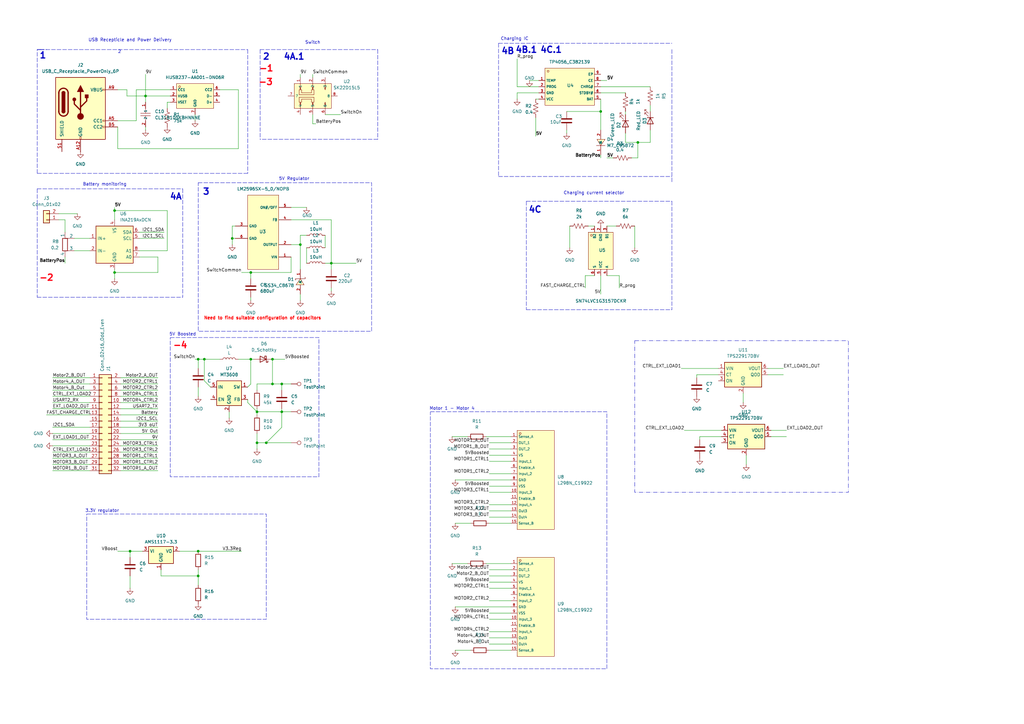
<source format=kicad_sch>
(kicad_sch (version 20231120) (generator "eeschema") (generator_version "8.0")
  (paper "A3")
  (title_block (title "EEE3088_Micro_Mouse_PCB") (date "2025-03-26") (rev "v3.0") (company "University of Cape Town") (comment 1 "@Author: Max Mendelow, Kholofelo Zondi") (comment 2 "Comment For Experiment"))
  (junction (at 81.28 147.32))
  (junction (at 95.25 97.79))
  (junction (at 59.69 39.37))
  (junction (at 115.57 157.48))
  (junction (at 46.99 86.36))
  (junction (at 111.76 157.48))
  (junction (at 46.99 111.76))
  (junction (at 123.19 100.33))
  (junction (at 81.28 226.06))
  (junction (at 246.38 45.72))
  (junction (at 261.62 58.42))
  (junction (at 102.87 111.76))
  (junction (at 102.87 147.32))
  (junction (at 109.22 181.61))
  (junction (at 115.57 168.91))
  (junction (at 105.41 181.61))
  (junction (at 135.89 107.95))
  (junction (at 111.76 147.32))
  (junction (at 81.28 236.22))
  (junction (at 83.82 147.32))
  (junction (at 105.41 168.91))
  (junction (at 53.34 226.06))
  (wire (pts (xy 200.66 246.38) (xy 209.55 246.38)))
  (wire (pts (xy 36.83 165.1) (xy 21.59 165.1)))
  (wire (pts (xy 212.09 35.56) (xy 212.09 24.13)))
  (wire (pts (xy 243.84 113.03) (xy 240.03 113.03)))
  (wire (pts (xy 200.66 194.31) (xy 209.55 194.31)))
  (wire (pts (xy 185.42 179.07) (xy 191.77 179.07)))
  (wire (pts (xy 261.62 58.42) (xy 261.62 64.77)))
  (polyline (pts (xy 15.24 20.32) (xy 16.51 20.32)) (stroke (width 0) (type dash)))
  (wire (pts (xy 115.57 168.91) (xy 119.38 168.91)))
  (wire (pts (xy 254 113.03) (xy 254 118.11)))
  (wire (pts (xy 135.89 118.11) (xy 135.89 119.38)))
  (wire (pts (xy 111.76 147.32) (xy 116.84 147.32)))
  (wire (pts (xy 49.53 185.42) (xy 64.77 185.42)))
  (wire (pts (xy 48.26 36.83) (xy 52.07 36.83)))
  (polyline (pts (xy 74.93 77.47) (xy 74.93 121.92)) (stroke (width 0) (type dash)))
  (wire (pts (xy 200.66 212.09) (xy 209.55 212.09)))
  (wire (pts (xy 128.27 30.48) (xy 128.27 31.75)))
  (wire (pts (xy 260.35 92.71) (xy 260.35 101.6)))
  (wire (pts (xy 81.28 233.68) (xy 81.28 236.22)))
  (wire (pts (xy 81.28 158.75) (xy 81.28 162.56)))
  (wire (pts (xy 119.38 100.33) (xy 123.19 100.33)))
  (wire (pts (xy 314.96 153.67) (xy 321.31 153.67)))
  (wire (pts (xy 102.87 147.32) (xy 104.14 147.32)))
  (wire (pts (xy 49.53 165.1) (xy 64.77 165.1)))
  (polyline (pts (xy 215.9 82.55) (xy 215.9 127)) (stroke (width 0) (type dash)))
  (wire (pts (xy 59.69 39.37) (xy 59.69 41.91)))
  (wire (pts (xy 232.41 45.72) (xy 246.38 45.72)))
  (wire (pts (xy 81.28 226.06) (xy 99.06 226.06)))
  (wire (pts (xy 115.57 167.64) (xy 115.57 168.91)))
  (wire (pts (xy 81.28 236.22) (xy 81.28 240.03)))
  (wire (pts (xy 49.53 182.88) (xy 64.77 182.88)))
  (wire (pts (xy 246.38 45.72) (xy 246.38 40.64)))
  (wire (pts (xy 200.66 189.23) (xy 209.55 189.23)))
  (polyline (pts (xy 15.24 77.47) (xy 15.24 121.92)) (stroke (width 0) (type dash)))
  (wire (pts (xy 185.42 231.14) (xy 191.77 231.14)))
  (wire (pts (xy 105.41 168.91) (xy 115.57 168.91)))
  (wire (pts (xy 49.53 177.8) (xy 64.77 177.8)))
  (wire (pts (xy 133.35 107.95) (xy 135.89 107.95)))
  (polyline (pts (xy 106.68 20.32) (xy 106.68 57.15)) (stroke (width 0) (type dash)))
  (polyline (pts (xy 101.6 20.32) (xy 101.6 71.12)) (stroke (width 0) (type dash)))
  (wire (pts (xy 135.89 90.17) (xy 135.89 107.95)))
  (wire (pts (xy 52.07 39.37) (xy 59.69 39.37)))
  (wire (pts (xy 217.17 33.02) (xy 220.98 33.02)))
  (wire (pts (xy 68.58 86.36) (xy 46.99 86.36)))
  (wire (pts (xy 115.57 157.48) (xy 111.76 157.48)))
  (wire (pts (xy 95.25 92.71) (xy 95.25 97.79)))
  (wire (pts (xy 199.39 231.14) (xy 209.55 231.14)))
  (wire (pts (xy 46.99 85.09) (xy 46.99 86.36)))
  (polyline (pts (xy 101.6 71.12) (xy 15.24 71.12)) (stroke (width 0) (type dash)))
  (polyline (pts (xy 275.59 20.32) (xy 275.59 74.93)) (stroke (width 0) (type dash)))
  (wire (pts (xy 21.59 157.48) (xy 36.83 157.48)))
  (wire (pts (xy 232.41 54.61) (xy 232.41 53.34)))
  (polyline (pts (xy 204.47 17.78) (xy 275.59 17.78)) (stroke (width 0) (type dash)))
  (wire (pts (xy 105.41 160.02) (xy 105.41 157.48)))
  (wire (pts (xy 200.66 251.46) (xy 209.55 251.46)))
  (wire (pts (xy 105.41 157.48) (xy 111.76 157.48)))
  (wire (pts (xy 99.06 111.76) (xy 102.87 111.76)))
  (wire (pts (xy 97.79 36.83) (xy 97.79 60.96)))
  (wire (pts (xy 59.69 53.34) (xy 59.69 52.07)))
  (wire (pts (xy 256.54 58.42) (xy 261.62 58.42)))
  (wire (pts (xy 219.71 48.26) (xy 219.71 55.88)))
  (wire (pts (xy 304.8 161.29) (xy 304.8 165.1)))
  (wire (pts (xy 200.66 214.63) (xy 209.55 214.63)))
  (wire (pts (xy 200.66 201.93) (xy 209.55 201.93)))
  (wire (pts (xy 26.67 105.41) (xy 26.67 107.95)))
  (polyline (pts (xy 215.9 127) (xy 275.59 127)) (stroke (width 0) (type dash)))
  (wire (pts (xy 246.38 120.65) (xy 246.38 113.03)))
  (wire (pts (xy 49.53 180.34) (xy 64.77 180.34)))
  (wire (pts (xy 287.02 180.34) (xy 287.02 179.07)))
  (wire (pts (xy 49.53 170.18) (xy 64.77 170.18)))
  (wire (pts (xy 93.98 168.91) (xy 93.98 171.45)))
  (wire (pts (xy 123.19 96.52) (xy 125.73 96.52)))
  (wire (pts (xy 36.83 167.64) (xy 21.59 167.64)))
  (wire (pts (xy 52.07 36.83) (xy 52.07 39.37)))
  (wire (pts (xy 81.28 147.32) (xy 81.28 151.13)))
  (wire (pts (xy 279.4 151.13) (xy 294.64 151.13)))
  (wire (pts (xy 287.02 179.07) (xy 295.91 179.07)))
  (wire (pts (xy 69.85 41.91) (xy 68.58 41.91)))
  (wire (pts (xy 53.34 236.22) (xy 53.34 241.3)))
  (wire (pts (xy 53.34 226.06) (xy 53.34 228.6)))
  (wire (pts (xy 248.92 64.77) (xy 251.46 64.77)))
  (wire (pts (xy 101.6 165.1) (xy 105.41 168.91)))
  (wire (pts (xy 285.75 154.94) (xy 285.75 153.67)))
  (wire (pts (xy 200.66 181.61) (xy 209.55 181.61)))
  (wire (pts (xy 123.19 100.33) (xy 123.19 110.49)))
  (wire (pts (xy 57.15 102.87) (xy 68.58 102.87)))
  (wire (pts (xy 105.41 181.61) (xy 105.41 184.15)))
  (wire (pts (xy 119.38 90.17) (xy 135.89 90.17)))
  (wire (pts (xy 36.83 182.88) (xy 21.59 182.88)))
  (wire (pts (xy 49.53 190.5) (xy 64.77 190.5)))
  (wire (pts (xy 36.83 185.42) (xy 21.59 185.42)))
  (wire (pts (xy 21.59 175.26) (xy 36.83 175.26)))
  (polyline (pts (xy 154.94 57.15) (xy 106.68 57.15)) (stroke (width 0) (type dash)))
  (wire (pts (xy 49.53 193.04) (xy 64.77 193.04)))
  (wire (pts (xy 81.28 147.32) (xy 83.82 147.32)))
  (wire (pts (xy 55.88 49.53) (xy 48.26 49.53)))
  (wire (pts (xy 49.53 160.02) (xy 64.77 160.02)))
  (wire (pts (xy 246.38 63.5) (xy 246.38 64.77)))
  (wire (pts (xy 83.82 156.21) (xy 86.36 158.75)))
  (wire (pts (xy 133.35 46.99) (xy 139.7 46.99)))
  (wire (pts (xy 83.82 147.32) (xy 90.17 147.32)))
  (wire (pts (xy 46.99 111.76) (xy 46.99 114.3)))
  (wire (pts (xy 256.54 46.99) (xy 256.54 45.72)))
  (polyline (pts (xy 15.24 71.12) (xy 15.24 20.32)) (stroke (width 0) (type dash)))
  (wire (pts (xy 119.38 181.61) (xy 109.22 181.61)))
  (wire (pts (xy 105.41 167.64) (xy 105.41 168.91)))
  (polyline (pts (xy 275.59 82.55) (xy 275.59 127)) (stroke (width 0) (type dash)))
  (wire (pts (xy 259.08 64.77) (xy 261.62 64.77)))
  (wire (pts (xy 200.66 207.01) (xy 209.55 207.01)))
  (wire (pts (xy 68.58 41.91) (xy 68.58 44.45)))
  (wire (pts (xy 90.17 36.83) (xy 97.79 36.83)))
  (wire (pts (xy 102.87 121.92) (xy 102.87 123.19)))
  (wire (pts (xy 246.38 45.72) (xy 246.38 53.34)))
  (wire (pts (xy 69.85 36.83) (xy 55.88 36.83)))
  (wire (pts (xy 200.66 236.22) (xy 209.55 236.22)))
  (wire (pts (xy 186.69 266.7) (xy 193.04 266.7)))
  (wire (pts (xy 241.3 92.71) (xy 243.84 92.71)))
  (wire (pts (xy 256.54 54.61) (xy 256.54 58.42)))
  (polyline (pts (xy 215.9 82.55) (xy 275.59 82.55)) (stroke (width 0) (type dash)))
  (wire (pts (xy 101.6 163.83) (xy 101.6 165.1)))
  (wire (pts (xy 36.83 193.04) (xy 21.59 193.04)))
  (wire (pts (xy 200.66 238.76) (xy 209.55 238.76)))
  (wire (pts (xy 186.69 196.85) (xy 209.55 196.85)))
  (wire (pts (xy 111.76 147.32) (xy 111.76 157.48)))
  (polyline (pts (xy 15.24 77.47) (xy 74.93 77.47)) (stroke (width 0) (type dash)))
  (wire (pts (xy 186.69 248.92) (xy 209.55 248.92)))
  (wire (pts (xy 30.48 97.79) (xy 36.83 97.79)))
  (wire (pts (xy 119.38 111.76) (xy 119.38 105.41)))
  (polyline (pts (xy 154.94 20.32) (xy 154.94 57.15)) (stroke (width 0) (type dash)))
  (wire (pts (xy 123.19 123.19) (xy 123.19 120.65)))
  (wire (pts (xy 49.53 154.94) (xy 64.77 154.94)))
  (wire (pts (xy 68.58 102.87) (xy 68.58 86.36)))
  (wire (pts (xy 246.38 33.02) (xy 248.92 33.02)))
  (wire (pts (xy 316.23 176.53) (xy 322.58 176.53)))
  (wire (pts (xy 115.57 175.26) (xy 109.22 181.61)))
  (wire (pts (xy 26.67 90.17) (xy 26.67 95.25)))
  (polyline (pts (xy 15.24 121.92) (xy 74.93 121.92)) (stroke (width 0) (type dash)))
  (wire (pts (xy 83.82 147.32) (xy 83.82 156.21)))
  (wire (pts (xy 200.66 233.68) (xy 209.55 233.68)))
  (wire (pts (xy 200.66 184.15) (xy 209.55 184.15)))
  (wire (pts (xy 102.87 147.32) (xy 102.87 157.48)))
  (wire (pts (xy 53.34 226.06) (xy 58.42 226.06)))
  (wire (pts (xy 80.01 49.53) (xy 80.01 46.99)))
  (wire (pts (xy 200.66 264.16) (xy 209.55 264.16)))
  (wire (pts (xy 95.25 97.79) (xy 96.52 97.79)))
  (wire (pts (xy 123.19 30.48) (xy 123.19 31.75)))
  (polyline (pts (xy 16.51 20.32) (xy 19.05 20.32)) (stroke (width 0) (type dash)))
  (wire (pts (xy 48.26 60.96) (xy 48.26 52.07)))
  (wire (pts (xy 73.66 226.06) (xy 81.28 226.06)))
  (wire (pts (xy 246.38 38.1) (xy 256.54 38.1)))
  (wire (pts (xy 212.09 40.64) (xy 212.09 38.1)))
  (polyline (pts (xy 15.24 20.32) (xy 16.51 20.32)) (stroke (width 0) (type dash)))
  (wire (pts (xy 200.66 241.3) (xy 209.55 241.3)))
  (wire (pts (xy 200.66 261.62) (xy 209.55 261.62)))
  (wire (pts (xy 48.26 226.06) (xy 53.34 226.06)))
  (wire (pts (xy 128.27 46.99) (xy 128.27 50.8)))
  (wire (pts (xy 128.27 50.8) (xy 129.54 50.8)))
  (wire (pts (xy 96.52 92.71) (xy 95.25 92.71)))
  (wire (pts (xy 49.53 162.56) (xy 64.77 162.56)))
  (wire (pts (xy 57.15 95.25) (xy 67.31 95.25)))
  (wire (pts (xy 49.53 167.64) (xy 64.77 167.64)))
  (wire (pts (xy 220.98 35.56) (xy 212.09 35.56)))
  (wire (pts (xy 49.53 157.48) (xy 64.77 157.48)))
  (wire (pts (xy 212.09 38.1) (xy 220.98 38.1)))
  (wire (pts (xy 55.88 36.83) (xy 55.88 49.53)))
  (wire (pts (xy 115.57 157.48) (xy 115.57 160.02)))
  (wire (pts (xy 266.7 53.34) (xy 266.7 58.42)))
  (wire (pts (xy 266.7 35.56) (xy 246.38 35.56)))
  (wire (pts (xy 316.23 179.07) (xy 322.58 179.07)))
  (wire (pts (xy 119.38 85.09) (xy 125.73 85.09)))
  (wire (pts (xy 46.99 86.36) (xy 46.99 90.17)))
  (wire (pts (xy 36.83 190.5) (xy 21.59 190.5)))
  (wire (pts (xy 21.59 154.94) (xy 36.83 154.94)))
  (wire (pts (xy 49.53 187.96) (xy 64.77 187.96)))
  (wire (pts (xy 30.48 102.87) (xy 36.83 102.87)))
  (wire (pts (xy 80.01 147.32) (xy 81.28 147.32)))
  (wire (pts (xy 125.73 101.6) (xy 125.73 107.95)))
  (polyline (pts (xy 204.47 72.39) (xy 275.59 72.39)) (stroke (width 0) (type dash)))
  (wire (pts (xy 200.66 209.55) (xy 209.55 209.55)))
  (wire (pts (xy 66.04 233.68) (xy 66.04 236.22)))
  (polyline (pts (xy 16.51 20.32) (xy 101.6 20.32)) (stroke (width 0) (type dash)))
  (wire (pts (xy 233.68 92.71) (xy 233.68 101.6)))
  (polyline (pts (xy 204.47 17.78) (xy 204.47 72.39)) (stroke (width 0) (type dash)))
  (wire (pts (xy 105.41 177.8) (xy 105.41 181.61)))
  (wire (pts (xy 115.57 168.91) (xy 115.57 175.26)))
  (wire (pts (xy 24.13 90.17) (xy 26.67 90.17)))
  (wire (pts (xy 105.41 168.91) (xy 105.41 170.18)))
  (wire (pts (xy 95.25 97.79) (xy 95.25 100.33)))
  (wire (pts (xy 21.59 160.02) (xy 36.83 160.02)))
  (wire (pts (xy 57.15 105.41) (xy 64.77 105.41)))
  (wire (pts (xy 306.07 186.69) (xy 306.07 190.5)))
  (wire (pts (xy 49.53 175.26) (xy 64.77 175.26)))
  (wire (pts (xy 285.75 153.67) (xy 294.64 153.67)))
  (wire (pts (xy 252.73 92.71) (xy 248.92 92.71)))
  (wire (pts (xy 200.66 259.08) (xy 209.55 259.08)))
  (wire (pts (xy 280.67 176.53) (xy 295.91 176.53)))
  (wire (pts (xy 36.83 180.34) (xy 21.59 180.34)))
  (wire (pts (xy 200.66 254) (xy 209.55 254)))
  (wire (pts (xy 248.92 113.03) (xy 254 113.03)))
  (wire (pts (xy 266.7 45.72) (xy 266.7 43.18)))
  (wire (pts (xy 133.35 96.52) (xy 133.35 101.6)))
  (wire (pts (xy 261.62 58.42) (xy 266.7 58.42)))
  (wire (pts (xy 36.83 162.56) (xy 21.59 162.56)))
  (wire (pts (xy 219.71 40.64) (xy 220.98 40.64)))
  (wire (pts (xy 240.03 113.03) (xy 240.03 118.11)))
  (wire (pts (xy 19.05 170.18) (xy 36.83 170.18)))
  (polyline (pts (xy 106.68 20.32) (xy 154.94 20.32)) (stroke (width 0) (type dash)))
  (wire (pts (xy 36.83 177.8) (xy 21.59 177.8)))
  (wire (pts (xy 49.53 172.72) (xy 64.77 172.72)))
  (wire (pts (xy 135.89 107.95) (xy 135.89 110.49)))
  (wire (pts (xy 200.66 266.7) (xy 209.55 266.7)))
  (wire (pts (xy 59.69 30.48) (xy 59.69 39.37)))
  (wire (pts (xy 46.99 111.76) (xy 64.77 111.76)))
  (wire (pts (xy 36.83 187.96) (xy 21.59 187.96)))
  (wire (pts (xy 97.79 60.96) (xy 48.26 60.96)))
  (wire (pts (xy 200.66 199.39) (xy 209.55 199.39)))
  (wire (pts (xy 109.22 181.61) (xy 105.41 181.61)))
  (wire (pts (xy 57.15 97.79) (xy 67.31 97.79)))
  (wire (pts (xy 59.69 39.37) (xy 69.85 39.37)))
  (wire (pts (xy 64.77 105.41) (xy 64.77 111.76)))
  (wire (pts (xy 102.87 157.48) (xy 101.6 158.75)))
  (wire (pts (xy 199.39 179.07) (xy 209.55 179.07)))
  (wire (pts (xy 123.19 100.33) (xy 123.19 96.52)))
  (wire (pts (xy 135.89 107.95) (xy 146.05 107.95)))
  (wire (pts (xy 119.38 157.48) (xy 115.57 157.48)))
  (wire (pts (xy 102.87 111.76) (xy 119.38 111.76)))
  (wire (pts (xy 66.04 236.22) (xy 81.28 236.22)))
  (wire (pts (xy 46.99 110.49) (xy 46.99 111.76)))
  (wire (pts (xy 102.87 111.76) (xy 102.87 114.3)))
  (wire (pts (xy 24.13 87.63) (xy 31.75 87.63)))
  (wire (pts (xy 200.66 186.69) (xy 209.55 186.69)))
  (wire (pts (xy 186.69 214.63) (xy 193.04 214.63)))
  (wire (pts (xy 97.79 147.32) (xy 102.87 147.32)))
  (wire (pts (xy 314.96 151.13) (xy 321.31 151.13)))
  (rectangle (start 260.35 139.7) (end 347.98 201.93) (stroke (width 0) (type dash_dot)))
  (rectangle (start 81.28 74.93) (end 152.4 135.89) (stroke (width 0) (type dash)))
  (rectangle (start 69.85 138.43) (end 130.81 195.58) (stroke (width 0) (type dash)))
  (rectangle (start 35.56 210.82) (end 109.22 254) (stroke (width 0) (type dash)))
  (rectangle (start 176.53 168.91) (end 248.92 274.32) (stroke (width 0) (type dash)))
  (text "USB Recepticle and Power Delivery\n" (at 53.34 16.51 0) (effects (font (size 1.27 1.27))))
  (text "2" (at 109.22 23.368 0) (effects (font (size 2.54 2.54) (thickness 0.508) (bold yes))))
  (text "3.3V regulator" (at 41.91 209.55 0) (effects (font (size 1.27 1.27))))
  (text "4B.1" (at 215.9 20.574 0) (effects (font (size 2.54 2.54) (thickness 0.508) (bold yes))))
  (text "4C" (at 219.456 86.106 0) (effects (font (size 2.54 2.54) (thickness 0.508) (bold yes))))
  (text "Charging IC\n" (at 211.074 16.002 0) (effects (font (size 1.27 1.27))))
  (text "4A.1" (at 120.65 23.368 0) (effects (font (size 2.54 2.54) (thickness 0.508) (bold yes))))
  (text "5V Regulator" (at 120.65 73.406 0) (effects (font (size 1.27 1.27))))
  (text "4B" (at 208.28 21.082 0) (effects (font (size 2.54 2.54) (thickness 0.508) (bold yes))))
  (text "-3" (at 108.966 33.782 0) (effects (font (size 2.54 2.54) (thickness 0.508) (bold yes))))
  (text "Charging current selector" (at 243.586 79.248 0) (effects (font (size 1.27 1.27))))
  (text "-4\n" (at 73.914 141.732 0) (effects (font (size 2.54 2.54) (thickness 0.508) (bold yes))))
  (text "5V Boosted" (at 74.93 137.16 0) (effects (font (size 1.27 1.27))))
  (text "-1" (at 109.22 28.194 0) (effects (font (size 2.54 2.54) (thickness 0.508) (bold yes))))
  (text "4A" (at 72.136 80.772 0) (effects (font (size 2.54 2.54) (thickness 0.508) (bold yes))))
  (text "Switch" (at 128.27 17.526 0) (effects (font (size 1.27 1.27))))
  (text "3" (at 84.582 78.74 0) (effects (font (size 2.54 2.54) (thickness 0.508) (bold yes))))
  (text "Need to find suitable configuration of capacitors" (at 107.696 130.556 0) (effects (font (size 1.27 1.27) (bold yes))))
  (text "1" (at 17.6153 22.8654 0) (effects (font (size 2.54 2.54) (thickness 0.508) (bold yes))))
  (text "Battery monitoring" (at 42.926 75.692 0) (effects (font (size 1.27 1.27))))
  (text "-2" (at 19.05 114.046 0) (effects (font (size 2.54 2.54) (thickness 0.508) (bold yes))))
  (text "4C.1" (at 226.06 20.574 0) (effects (font (size 2.54 2.54) (thickness 0.508) (bold yes))))
  (text "2" (at 49.022 21.336 0) (effects (font (size 1.27 1.27))))
  (text "Motor 1 - Motor 4" (at 185.42 167.64 0) (effects (font (size 1.27 1.27))))
  (label "SwitchCommon" (at 128.27 30.48 0))
  (label "5VBoosted" (at 116.84 147.32 0))
  (label "MOTOR1_CTRL1" (at 200.66 189.23 180))
  (label "CTRL_EXT_LOAD1" (at 279.4 151.13 180))
  (label "5V" (at 248.92 64.77 0) (effects (font (bold yes))))
  (label "9V" (at 123.19 30.48 0))
  (label "EXT_LOAD2_OUT" (at 21.59 167.64 0))
  (label "MOTOR4_CTRL2" (at 200.66 259.08 180))
  (label "MOTOR2_CTRL2" (at 200.66 246.38 180))
  (label "FAST_CHARGE_CTRL" (at 240.03 118.11 180))
  (label "MOTOR3_B_OUT" (at 200.66 212.09 180))
  (label "MOTOR2_CTRL2" (at 64.77 160.02 180))
  (label "MOTOR1_CTRL2" (at 200.66 194.31 180))
  (label "5VBoosted" (at 200.66 186.69 180))
  (label "Motor2_A_OUT" (at 64.77 154.94 180))
  (label "R_prog" (at 212.09 24.13 0))
  (label "FAST_CHARGE_CTRL" (at 19.05 170.18 0))
  (label "CTRL_EXT_LOAD1" (at 21.59 185.42 0))
  (label "CTRL_EXT_LOAD2" (at 280.67 176.53 180))
  (label "3V3 oUT" (at 64.77 175.26 180))
  (label "5V" (at 219.71 55.88 0) (effects (font (bold yes))))
  (label "MOTOR1_A_OUT" (at 64.77 193.04 180))
  (label "SwitchOn" (at 139.7 46.99 0))
  (label "Motor4_A_OUT" (at 200.66 261.62 180))
  (label "VBoost" (at 48.26 226.06 180))
  (label "I2C1_SDA" (at 21.59 175.26 0))
  (label "5V" (at 248.92 33.02 0) (effects (font (bold yes))))
  (label "9V" (at 64.77 180.34 180))
  (label "EXT_LOAD1_OUT" (at 321.31 151.13 0))
  (label "5V" (at 246.38 120.65 180))
  (label "MOTOR2_CTRL1" (at 64.77 157.48 180))
  (label "I2C1_SCL" (at 67.31 97.79 180))
  (label "Battery" (at 64.77 170.18 180))
  (label "R_prog" (at 254 118.11 0))
  (label "BatteryPos" (at 246.38 64.77 180) (effects (font (bold yes))))
  (label "USART2_TX" (at 64.77 167.64 180))
  (label "MOTOR4_CTRL1" (at 64.77 162.56 180))
  (label "Motor4_B_Out" (at 200.66 264.16 180))
  (label "Motor2_A_OUT" (at 200.66 233.68 180))
  (label "V3.3Reg" (at 99.06 226.06 180))
  (label "MOTOR3_CTRL1" (at 64.77 182.88 180))
  (label "MOTOR1_CTRL1" (at 64.77 187.96 180))
  (label "Motor4_A_OUT" (at 21.59 157.48 0))
  (label "BatteryPos" (at 129.54 50.8 0))
  (label "MOTOR3_A_OUT" (at 21.59 187.96 0))
  (label "MOTOR2_CTRL1" (at 200.66 241.3 180))
  (label "MOTOR1_B_OUT" (at 200.66 184.15 180))
  (label "I2C1_SCL" (at 64.77 172.72 180))
  (label "MOTOR1_CTRL2" (at 64.77 190.5 180))
  (label "Motor2_B_OUT" (at 200.66 236.22 180))
  (label "MOTOR4_CTRL2" (at 64.77 165.1 180))
  (label "I2C1_SDA" (at 67.31 95.25 180))
  (label "CTRL_EXT_LOAD2" (at 21.59 162.56 0))
  (label "MOTOR4_CTRL1" (at 200.66 254 180))
  (label "5VBoosted" (at 200.66 251.46 180))
  (label "MOTOR3_CTRL2" (at 200.66 207.01 180))
  (label "5VBoosted" (at 200.66 238.76 180))
  (label "EXT_LOAD1_OUT" (at 21.59 180.34 0))
  (label "Motor4_B_Out" (at 21.59 160.02 0))
  (label "USART2_RX" (at 21.59 165.1 0))
  (label "SwitchCommon" (at 99.06 111.76 180))
  (label "MOTOR3_CTRL2" (at 64.77 185.42 180))
  (label "MOTOR3_A_OUT" (at 200.66 209.55 180))
  (label "MOTOR3_B_OUT" (at 21.59 190.5 0))
  (label "SwitchOn" (at 80.01 147.32 180))
  (label "MOTOR3_CTRL1" (at 200.66 201.93 180))
  (label "Motor2_B_OUT" (at 21.59 154.94 0))
  (label "MOTOR1_A_OUT" (at 200.66 181.61 180))
  (label "5VBoosted" (at 200.66 199.39 180))
  (label "5V" (at 46.99 85.09 0) (effects (font (bold yes))))
  (label "MOTOR1_B_OUT" (at 21.59 193.04 0))
  (label "9V" (at 59.69 30.48 0))
  (label "BatteryPos" (at 26.67 107.95 180) (effects (font (bold yes))))
  (label "5V Out" (at 64.77 177.8 180))
  (label "5V" (at 146.05 107.95 0))
  (label "EXT_LOAD2_OUT" (at 322.58 176.53 0))
  (symbol (lib_id "power:GND") (at 46.99 114.3 0) (unit 1)
    (property "Reference" "#PWR15" (effects (hide yes)))
    (property "Value" "GND" (at 46.99 119.38 0))
    (property "Description" "Power symbol creates a global label with name \"GND\" , ground" (effects (hide yes)))
  )
  (symbol (lib_id "power:GND") (at 186.69 214.63 0) (unit 1)
    (property "Reference" "#PWR022" (effects (hide yes)))
    (property "Value" "GND" (at 186.69 219.71 0))
    (property "Description" "Power symbol creates a global label with name \"GND\" , ground" (effects (hide yes)))
  )
  (symbol (lib_id "Device:R") (at 195.58 231.14 90) (unit 1)
    (property "Reference" "R13" (at 195.58 224.79 90))
    (property "Value" "R" (at 195.58 227.33 90))
    (property "Description" "Resistor" (effects (hide yes)))
  )
  (symbol (lib_id "Device:R_US") (at 255.27 64.77 90) (unit 1)
    (property "Reference" "R3" (at 254.254 58.928 90))
    (property "Value" "0.4" (at 254.254 61.468 90))
    (property "Description" "Resistor, US symbol" (effects (hide yes)))
  )
  (symbol (lib_id "Power_Management:TPS22917DBV") (at 306.07 179.07 0) (unit 1)
    (property "Reference" "U12" (at 306.07 168.91 0))
    (property "Value" "TPS22917DBV" (at 306.07 171.45 0))
    (property "Footprint" "Package_TO_SOT_SMD:SOT-23-6" (effects (hide yes)))
    (property "Datasheet" "http://www.ti.com/lit/ds/symlink/tps22917.pdf" (effects (hide yes)))
    (property "Description" "1V to 5.5V, 2A, 80mΩ Ultra-Low Leakage Load Switch, SOT23-6" (effects (hide yes)))
  )
  (symbol (lib_id "Device:R_US") (at 256.54 92.71 270) (unit 1)
    (property "Reference" "R7" (at 256.54 86.36 90))
    (property "Value" "6k" (at 256.54 88.9 90))
    (property "Footprint" "xxcustom_footprint:R0402" (effects (hide yes)))
    (property "Description" "Resistor, US symbol" (effects (hide yes)))
  )
  (symbol (lib_id "Device:R_US") (at 219.71 44.45 180) (unit 1)
    (property "Reference" "R2" (at 215.392 43.434 0) (effects (justify right)))
    (property "Value" "0.4" (at 215.392 45.974 0) (effects (justify right)))
    (property "Footprint" "xxcustom_footprint:R0402" (effects (hide yes)))
    (property "Description" "Resistor, US symbol" (effects (hide yes)))
  )
  (symbol (lib_id "Device:C") (at 232.41 49.53 0) (unit 1)
    (property "Reference" "C3" (at 227.838 47.752 0) (effects (justify left)))
    (property "Value" "10uF" (at 225.552 50.038 0) (effects (justify left)))
    (property "Description" "Unpolarized capacitor" (effects (hide yes)))
  )
  (symbol (lib_id "power:GND") (at 81.28 247.65 0) (unit 1)
    (property "Reference" "#PWR027" (effects (hide yes)))
    (property "Value" "GND" (at 81.28 252.73 0))
    (property "Description" "Power symbol creates a global label with name \"GND\" , ground" (effects (hide yes)))
  )
  (symbol (lib_id "Device:R_US") (at 237.49 92.71 90) (unit 1)
    (property "Reference" "R6" (at 237.49 86.36 90))
    (property "Value" "2k" (at 237.49 88.9 90))
    (property "Footprint" "xxcustom_footprint:R0402" (effects (hide yes)))
    (property "Description" "Resistor, US symbol" (effects (hide yes)))
  )
  (symbol (lib_id "power:GND") (at 186.69 248.92 0) (unit 1)
    (property "Reference" "#PWR025" (effects (hide yes)))
    (property "Value" "GND" (at 186.69 254 0))
    (property "Description" "Power symbol creates a global label with name \"GND\" , ground" (effects (hide yes)))
  )
  (symbol (lib_id "Device:R_US") (at 68.58 48.26 0) (unit 1)
    (property "Reference" "R1" (at 71.12 46.9899 0) (effects (justify left)))
    (property "Value" "75k" (at 71.12 49.5299 0) (effects (justify left)))
    (property "Footprint" "xxcustom_footprint:R0805" (effects (hide yes)))
    (property "Description" "Resistor, US symbol" (effects (hide yes)))
  )
  (symbol (lib_id "Device:LED") (at 256.54 50.8 270) (unit 1)
    (property "Reference" "D2" (at 253.746 51.308 0))
    (property "Value" "Green_LED" (at 251.206 51.308 0))
    (property "Description" "Light emitting diode" (effects (hide yes)))
  )
  (symbol (lib_id "Device:C") (at 135.89 114.3 0) (unit 1)
    (property "Reference" "C2" (at 140.97 113.03 0) (effects (justify left)))
    (property "Value" "220uF" (at 138.684 115.316 0) (effects (justify left)))
    (property "Description" "Unpolarized capacitor" (effects (hide yes)))
  )
  (symbol (lib_id "Regulator_Linear:AMS1117-3.3") (at 66.04 226.06 0) (unit 1)
    (property "Reference" "U10" (at 66.04 219.71 0))
    (property "Value" "AMS1117-3.3" (at 66.04 222.25 0))
    (property "Footprint" "Package_TO_SOT_SMD:SOT-223-3_TabPin2" (effects (hide yes)))
    (property "Datasheet" "http://www.advanced-monolithic.com/pdf/ds1117.pdf" (effects (hide yes)))
    (property "Description" "1A Low Dropout regulator, positive, 3.3V fixed output, SOT-223" (effects (hide yes)))
  )
  (symbol (lib_id "Power_Management:TPS22917DBV") (at 304.8 153.67 0) (unit 1)
    (property "Reference" "U11" (at 304.8 143.51 0))
    (property "Value" "TPS22917DBV" (at 304.8 146.05 0))
    (property "Footprint" "Package_TO_SOT_SMD:SOT-23-6" (effects (hide yes)))
    (property "Datasheet" "http://www.ti.com/lit/ds/symlink/tps22917.pdf" (effects (hide yes)))
    (property "Description" "1V to 5.5V, 2A, 80mΩ Ultra-Low Leakage Load Switch, SOT23-6" (effects (hide yes)))
  )
  (symbol (lib_id "power:GND") (at 212.09 40.64 0) (unit 1)
    (property "Reference" "#PWR011" (effects (hide yes)))
    (property "Value" "GND" (at 212.09 45.72 0))
    (property "Description" "Power symbol creates a global label with name \"GND\" , ground" (effects (hide yes)))
  )
  (symbol (lib_id "power:GND") (at 53.34 241.3 0) (unit 1)
    (property "Reference" "#PWR028" (effects (hide yes)))
    (property "Value" "GND" (at 53.34 246.38 0))
    (property "Description" "Power symbol creates a global label with name \"GND\" , ground" (effects (hide yes)))
  )
  (symbol (lib_id "power:GND") (at 185.42 231.14 0) (unit 1)
    (property "Reference" "#PWR024" (effects (hide yes)))
    (property "Value" "GND" (at 185.42 236.22 0))
    (property "Description" "Power symbol creates a global label with name \"GND\" , ground" (effects (hide yes)))
  )
  (symbol (lib_id "Device:L") (at 129.54 107.95 90) (unit 1)
    (property "Reference" "L3" (at 129.54 102.87 90))
    (property "Value" "10uH" (at 129.54 105.41 90))
    (property "Footprint" "xxcustom_footprint:L0805" (effects (hide yes)))
    (property "Datasheet" "https://jlcpcb.com/partdetail/Sunlord-SDFL2012S100KTF/C1046" (effects (hide yes)))
    (property "Description" "Inductor" (effects (hide yes)))
  )
  (symbol (lib_id "Device:L") (at 129.54 96.52 90) (unit 1)
    (property "Reference" "L1" (at 129.54 91.44 90))
    (property "Value" "10uH" (at 129.54 93.98 90))
    (property "Footprint" "xxcustom_footprint:L0805" (effects (hide yes)))
    (property "Datasheet" "https://jlcpcb.com/partdetail/Sunlord-SDFL2012S100KTF/C1046" (effects (hide yes)))
    (property "Description" "Inductor" (effects (hide yes)))
  )
  (symbol (lib_id "power:GND") (at 31.75 87.63 0) (unit 1)
    (property "Reference" "#PWR16" (effects (hide yes)))
    (property "Value" "GND" (at 31.75 92.71 0))
    (property "Description" "Power symbol creates a global label with name \"GND\" , ground" (effects (hide yes)))
  )
  (symbol (lib_id "Device:C") (at 81.28 154.94 0) (unit 1)
    (property "Reference" "C4" (at 85.09 153.6699 0) (effects (justify left)))
    (property "Value" "C" (at 85.09 156.2099 0) (effects (justify left)))
    (property "Description" "Unpolarized capacitor" (effects (hide yes)))
  )
  (symbol (lib_id "LM2596SX-5_0/NOPB:LM2596SX-5_0/NOPB") (at 107.95 95.25 0) (unit 1)
    (property "Reference" "U3" (at 107.696 94.996 0))
    (property "Value" "LM2596SX-5_0/NOPB" (at 107.95 77.47 0))
    (property "Footprint" "xxcustom_footprint:TO-263-5_L10.2-W8.9-P1.70-TL" (effects (hide yes)))
    (property "Datasheet" "https://item.szlcsc.com/144450.html" (effects (hide yes)))
    (property "LCSC" "C10002" (effects (hide yes)))
  )
  (symbol (lib_id "power:GND") (at 93.98 171.45 0) (unit 1)
    (property "Reference" "#PWR018" (effects (hide yes)))
    (property "Value" "GND" (at 93.98 176.53 0))
    (property "Description" "Power symbol creates a global label with name \"GND\" , ground" (effects (hide yes)))
  )
  (symbol (lib_id "power:GND") (at 125.73 85.09 0) (unit 1)
    (property "Reference" "#PWR09" (effects (hide yes)))
    (property "Value" "GND" (at 125.984 88.392 0))
    (property "Description" "Power symbol creates a global label with name \"GND\" , ground" (effects (hide yes)))
  )
  (symbol (lib_id "M7_C95872:M7_C95872") (at 246.38 58.42 90) (unit 1)
    (property "Reference" "D4" (at 248.92 57.1499 90) (effects (justify right)))
    (property "Value" "M7_C95872" (at 248.92 59.6899 90) (effects (justify right)))
    (property "Footprint" "footprint:SMA_L4.3-W2.6-LS5.2-RD" (effects (hide yes)))
    (property "Datasheet" "https://item.szlcsc.com/34721.html" (effects (hide yes)))
    (property "LCSC" "C95872" (effects (hide yes)))
  )
  (symbol (lib_id "power:GND") (at 21.59 182.88 270) (mirror x) (unit 1)
    (property "Reference" "#PWR2" (effects (hide yes)))
    (property "Value" "GND" (at 17.78 182.8799 90) (effects (justify right)))
    (property "Description" "Power symbol creates a global label with name \"GND\" , ground" (effects (hide yes)))
  )
  (symbol (lib_id "Device:D_Schottky") (at 107.95 147.32 180) (unit 1)
    (property "Reference" "D6" (at 108.2675 140.97 0))
    (property "Value" "D_Schottky" (at 108.2675 143.51 0))
    (property "Description" "Schottky diode" (effects (hide yes)))
  )
  (symbol (lib_id "power:GND") (at 217.17 33.02 0) (unit 1)
    (property "Reference" "#PWR12" (effects (hide yes)))
    (property "Value" "GND" (at 217.17 32.004 0))
    (property "Description" "Power symbol creates a global label with name \"GND\" , ground" (effects (hide yes)))
  )
  (symbol (lib_id "Connector:USB_C_Receptacle_PowerOnly_6P") (at 33.02 44.45 0) (unit 1)
    (property "Reference" "J2" (at 33.02 26.67 0))
    (property "Value" "USB_C_Receptacle_PowerOnly_6P" (at 33.02 29.21 0))
    (property "Footprint" "xxcustom_footprint:USB-TYPE-C-SMD_TYPE-C-6P-LTH6.5" (effects (hide yes)))
    (property "Datasheet" "https://www.usb.org/sites/default/files/documents/usb_type-c.zip" (effects (hide yes)))
    (property "Description" "USB Power-Only 6P Type-C Receptacle connector" (effects (hide yes)))
  )
  (symbol (lib_id "power:GND") (at 306.07 190.5 0) (unit 1)
    (property "Reference" "#PWR032" (effects (hide yes)))
    (property "Value" "GND" (at 306.07 195.58 0))
    (property "Description" "Power symbol creates a global label with name \"GND\" , ground" (effects (hide yes)))
  )
  (symbol (lib_id "Device:R_Shunt") (at 26.67 100.33 0) (unit 1)
    (property "Reference" "R8" (at 24.13 99.0599 0) (effects (justify right)))
    (property "Value" "0.2" (at 24.13 101.5999 0) (effects (justify right)))
    (property "Footprint" "xxcustom_footprint:R2512" (effects (hide yes)))
    (property "Description" "Shunt resistor" (effects (hide yes)))
  )
  (symbol (lib_id "Device:R") (at 195.58 179.07 90) (unit 1)
    (property "Reference" "R11" (at 195.58 172.72 90))
    (property "Value" "R" (at 195.58 175.26 90))
    (property "Description" "Resistor" (effects (hide yes)))
  )
  (symbol (lib_id "TP4056_C382139:TP4056_C382139") (at 233.68 35.56 0) (unit 1)
    (property "Reference" "U4" (at 233.934 35.052 0))
    (property "Value" "TP4056_C382139" (at 233.68 25.4 0))
    (property "Footprint" "xxcustom_footprint:ESOP-8_L4.9-W3.9-P1.27-LS6.0-BL-EP" (effects (hide yes)))
    (property "Datasheet" "https://www.mornsun.cn/html/pdf/SCM1501B.html" (effects (hide yes)))
    (property "LCSC" "C382139" (effects (hide yes)))
  )
  (symbol (lib_id "power:GND") (at 260.35 101.6 0) (unit 1)
    (property "Reference" "#PWR34" (effects (hide yes)))
    (property "Value" "GND" (at 260.35 106.68 0))
    (property "Description" "Power symbol creates a global label with name \"GND\" , ground" (effects (hide yes)))
  )
  (symbol (lib_id "power:GND") (at 80.01 49.53 0) (unit 1)
    (property "Reference" "#PWR6" (effects (hide yes)))
    (property "Value" "GND" (at 80.01 54.61 0))
    (property "Description" "Power symbol creates a global label with name \"GND\" , ground" (effects (hide yes)))
  )
  (symbol (lib_id "power:GND") (at 185.42 179.07 0) (unit 1)
    (property "Reference" "#PWR021" (effects (hide yes)))
    (property "Value" "GND" (at 185.42 184.15 0))
    (property "Description" "Power symbol creates a global label with name \"GND\" , ground" (effects (hide yes)))
  )
  (symbol (lib_id "Device:C") (at 53.34 232.41 0) (unit 1)
    (property "Reference" "C6" (at 57.15 231.1399 0) (effects (justify left)))
    (property "Value" "C" (at 57.15 233.6799 0) (effects (justify left)))
    (property "Description" "Unpolarized capacitor" (effects (hide yes)))
  )
  (symbol (lib_id "Device:R") (at 105.41 173.99 0) (unit 1)
    (property "Reference" "R10" (at 107.95 172.7199 0) (effects (justify left)))
    (property "Value" "10k" (at 107.95 175.2599 0) (effects (justify left)))
    (property "Description" "Resistor" (effects (hide yes)))
  )
  (symbol (lib_id "power:GND") (at 186.69 266.7 0) (unit 1)
    (property "Reference" "#PWR026" (effects (hide yes)))
    (property "Value" "GND" (at 186.69 271.78 0))
    (property "Description" "Power symbol creates a global label with name \"GND\" , ground" (effects (hide yes)))
  )
  (symbol (lib_id "power:GND") (at 21.59 177.8 270) (mirror x) (unit 1)
    (property "Reference" "#PWR1" (effects (hide yes)))
    (property "Value" "GND" (at 17.78 177.7999 90) (effects (justify right)))
    (property "Description" "Power symbol creates a global label with name \"GND\" , ground" (effects (hide yes)))
  )
  (symbol (lib_id "Device:R_US") (at 256.54 41.91 0) (unit 1)
    (property "Reference" "R4" (at 259.08 41.656 90))
    (property "Value" "1k" (at 261.62 41.656 90))
    (property "Footprint" "xxcustom_footprint:R0402" (effects (hide yes)))
    (property "Description" "Resistor, US symbol" (effects (hide yes)))
  )
  (symbol (lib_id "Device:C") (at 287.02 184.15 0) (unit 1)
    (property "Reference" "C9" (at 290.83 182.8799 0) (effects (justify left)))
    (property "Value" "C" (at 290.83 185.4199 0) (effects (justify left)))
    (property "Description" "Unpolarized capacitor" (effects (hide yes)))
  )
  (symbol (lib_id "CL31B105KBHNNNE:CL31B105KBHNNNE") (at 59.69 46.99 270) (unit 1)
    (property "Reference" "C10" (at 63.5 45.7199 90) (effects (justify left)))
    (property "Value" "CL31B105KBHNNNE" (at 63.5 48.2599 90) (effects (justify left)))
    (property "Footprint" "xxcustom_footprint:C1206" (effects (hide yes)))
    (property "Datasheet" "https://item.szlcsc.com/89171.html" (effects (hide yes)))
    (property "LCSC" "C1848" (effects (hide yes)))
  )
  (symbol (lib_id "SN74LVC1G3157DCKR:SN74LVC1G3157DCKR") (at 246.38 102.87 90) (mirror x) (unit 1)
    (property "Reference" "U5" (at 245.618 102.616 90) (effects (justify right)))
    (property "Value" "SN74LVC1G3157DCKR" (at 235.966 123.444 90) (effects (justify right)))
    (property "Footprint" "xxcustom_footprint:SC-70-6_L2.2-W1.3-P0.65-LS2.1-BR" (effects (hide yes)))
    (property "Datasheet" "https://item.szlcsc.com/112963.html" (effects (hide yes)))
    (property "LCSC" "C38663" (effects (hide yes)))
  )
  (symbol (lib_id "Device:C") (at 285.75 158.75 0) (unit 1)
    (property "Reference" "C7" (at 289.56 157.4799 0) (effects (justify left)))
    (property "Value" "C" (at 289.56 160.0199 0) (effects (justify left)))
    (property "Description" "Unpolarized capacitor" (effects (hide yes)))
  )
  (symbol (lib_id "power:GND") (at 123.19 123.19 0) (unit 1)
    (property "Reference" "#PWR08" (effects (hide yes)))
    (property "Value" "GND" (at 123.19 128.27 0))
    (property "Description" "Power symbol creates a global label with name \"GND\" , ground" (effects (hide yes)))
  )
  (symbol (lib_id "HUSB237-AA001-DN06R:HUSB237-AA001-DN06R") (at 80.01 39.37 0) (unit 1)
    (property "Reference" "U1" (at 80.01 29.21 0))
    (property "Value" "HUSB237-AA001-DN06R" (at 80.01 31.75 0))
    (property "Footprint" "xxcustom_footprint:TDFN-6_L2.0-W2.0-P0.65-TL-EP" (effects (hide yes)))
    (property "Datasheet" "https://item.szlcsc.com/361742.html" (effects (hide yes)))
    (property "LCSC" "C22373734" (effects (hide yes)))
  )
  (symbol (lib_id "power:GND") (at 232.41 54.61 0) (unit 1)
    (property "Reference" "#PWR13" (effects (hide yes)))
    (property "Value" "GND" (at 232.41 59.69 0))
    (property "Description" "Power symbol creates a global label with name \"GND\" , ground" (effects (hide yes)))
  )
  (symbol (lib_id "Device:R") (at 81.28 229.87 0) (unit 1)
    (property "Reference" "R15" (at 83.82 228.5999 0) (effects (justify left)))
    (property "Value" "R" (at 83.82 231.1399 0) (effects (justify left)))
    (property "Description" "Resistor" (effects (hide yes)))
  )
  (symbol (lib_id "Connector:TestPoint") (at 119.38 168.91 270) (unit 1)
    (property "Reference" "TP2" (at 124.46 167.6399 90) (effects (justify left)))
    (property "Value" "TestPoint" (at 124.46 170.1799 90) (effects (justify left)))
    (property "Footprint" "TestPoint:TestPoint_Pad_2.5x2.5mm" (effects (hide yes)))
    (property "Description" "test point" (effects (hide yes)))
  )
  (symbol (lib_id "power:GND") (at 135.89 119.38 0) (unit 1)
    (property "Reference" "#PWR010" (effects (hide yes)))
    (property "Value" "GND" (at 135.89 124.46 0))
    (property "Description" "Power symbol creates a global label with name \"GND\" , ground" (effects (hide yes)))
  )
  (symbol (lib_id "Device:C") (at 115.57 163.83 0) (unit 1)
    (property "Reference" "C5" (at 119.38 162.5599 0) (effects (justify left)))
    (property "Value" "C" (at 119.38 165.0999 0) (effects (justify left)))
    (property "Description" "Unpolarized capacitor" (effects (hide yes)))
  )
  (symbol (lib_id "power:GND") (at 95.25 100.33 0) (unit 1)
    (property "Reference" "#PWR07" (effects (hide yes)))
    (property "Value" "GND" (at 95.25 105.41 0))
    (property "Description" "Power symbol creates a global label with name \"GND\" , ground" (effects (hide yes)))
  )
  (symbol (lib_id "Device:R") (at 81.28 243.84 0) (unit 1)
    (property "Reference" "R16" (at 83.82 242.5699 0) (effects (justify left)))
    (property "Value" "R" (at 83.82 245.1099 0) (effects (justify left)))
    (property "Description" "Resistor" (effects (hide yes)))
  )
  (symbol (lib_id "Device:LED") (at 266.7 49.53 270) (unit 1)
    (property "Reference" "D3" (at 264.414 49.53 0))
    (property "Value" "Red_LED" (at 261.874 49.53 0))
    (property "Description" "Light emitting diode" (effects (hide yes)))
  )
  (symbol (lib_id "power:GND") (at 304.8 165.1 0) (unit 1)
    (property "Reference" "#PWR029" (effects (hide yes)))
    (property "Value" "GND" (at 304.8 170.18 0))
    (property "Description" "Power symbol creates a global label with name \"GND\" , ground" (effects (hide yes)))
  )
  (symbol (lib_id "SK22D15L5:SK22D15L5") (at 128.27 39.37 0) (unit 1)
    (property "Reference" "U2" (at 142.24 33.4228 0))
    (property "Value" "SK22D15L5" (at 142.24 35.9628 0))
    (property "Footprint" "xxcustom_footprint:SW-TH_XKB_SK22D15L7" (effects (hide yes)))
    (property "Datasheet" "https://atta.szlcsc.com/upload/public/pdf/source/20211009/318139A7A7821CB53DA852B636F96C11.pdf" (effects (hide yes)))
    (property "LCSC" "C2884795" (effects (hide yes)))
  )
  (symbol (lib_id "Connector_Generic:Conn_02x16_Odd_Even") (at 41.91 172.72 0) (unit 1)
    (property "Reference" "J1" (at 44.4501 152.4 90) (effects (justify left)))
    (property "Value" "Conn_02x16_Odd_Even" (at 41.9101 152.4 90) (effects (justify left)))
    (property "Footprint" "Connector_PinHeader_2.54mm:PinHeader_2x16_P2.54mm_Vertical" (effects (hide yes)))
    (property "Description" "Generic connector, double row, 02x16, odd/even pin numbering scheme (row 1 odd numbers, row 2 even numbers), script generated (kicad-library-utils/schlib/autogen/connector/)" (effects (hide yes)))
  )
  (symbol (lib_id "Device:L") (at 93.98 147.32 90) (unit 1)
    (property "Reference" "L4" (at 93.98 142.24 90))
    (property "Value" "L" (at 93.98 144.78 90))
    (property "Description" "Inductor" (effects (hide yes)))
  )
  (symbol (lib_id "power:GND") (at 68.58 52.07 0) (unit 1)
    (property "Reference" "#PWR5" (effects (hide yes)))
    (property "Value" "GND" (at 68.58 57.15 0))
    (property "Description" "Power symbol creates a global label with name \"GND\" , ground" (effects (hide yes)))
  )
  (symbol (lib_id "Regulator_Switching:MT3608") (at 93.98 161.29 0) (unit 1)
    (property "Reference" "U7" (at 93.98 151.13 0))
    (property "Value" "MT3608" (at 93.98 153.67 0))
    (property "Footprint" "Package_TO_SOT_SMD:SOT-23-6" (effects (hide yes)))
    (property "Datasheet" "https://www.olimex.com/Products/Breadboarding/BB-PWR-3608/resources/MT3608.pdf" (effects (hide yes)))
    (property "Description" "High Efficiency 1.2MHz 2A Step Up Converter, 2-24V Vin, 28V Vout, 4A current limit, 1.2MHz, SOT23-6" (effects (hide yes)))
  )
  (symbol (lib_id "power:GND") (at 287.02 187.96 0) (unit 1)
    (property "Reference" "#PWR031" (effects (hide yes)))
    (property "Value" "GND" (at 287.02 193.04 0))
    (property "Description" "Power symbol creates a global label with name \"GND\" , ground" (effects (hide yes)))
  )
  (symbol (lib_id "Device:L") (at 129.54 101.6 90) (unit 1)
    (property "Reference" "L2" (at 129.54 96.52 90))
    (property "Value" "10uH" (at 129.54 99.06 90))
    (property "Footprint" "xxcustom_footprint:L0805" (effects (hide yes)))
    (property "Datasheet" "https://jlcpcb.com/partdetail/Sunlord-SDFL2012S100KTF/C1046" (effects (hide yes)))
    (property "Description" "Inductor" (effects (hide yes)))
  )
  (symbol (lib_id "SS34_C8678:SS34_C8678") (at 123.19 115.57 270) (unit 1)
    (property "Reference" "D1" (at 120.65 114.554 90) (effects (justify right)))
    (property "Value" "SS34_C8678" (at 120.65 117.094 90) (effects (justify right)))
    (property "Footprint" "xxcustom_footprint:SMA_L4.3-W2.6-LS5.2-RD" (effects (hide yes)))
    (property "Datasheet" "https://item.szlcsc.com/34721.html" (effects (hide yes)))
    (property "LCSC" "C8678" (effects (hide yes)))
  )
  (symbol (lib_id "Device:C") (at 102.87 118.11 0) (unit 1)
    (property "Reference" "C8" (at 106.68 116.8399 0) (effects (justify left)))
    (property "Value" "680uF" (at 106.68 119.3799 0) (effects (justify left)))
    (property "Description" "Unpolarized capacitor" (effects (hide yes)))
  )
  (symbol (lib_id "power:GND") (at 59.69 53.34 0) (unit 1)
    (property "Reference" "#PWR4" (effects (hide yes)))
    (property "Value" "GND" (at 59.69 58.42 0))
    (property "Description" "Power symbol creates a global label with name \"GND\" , ground" (effects (hide yes)))
  )
  (symbol (lib_id "power:GND") (at 81.28 162.56 0) (unit 1)
    (property "Reference" "#PWR019" (effects (hide yes)))
    (property "Value" "GND" (at 81.28 167.64 0))
    (property "Description" "Power symbol creates a global label with name \"GND\" , ground" (effects (hide yes)))
  )
  (symbol (lib_id "Sensor_Energy:INA219AxDCN") (at 46.99 100.33 0) (unit 1)
    (property "Reference" "U6" (at 49.1841 87.63 0) (effects (justify left)))
    (property "Value" "INA219AxDCN" (at 49.1841 90.17 0) (effects (justify left)))
    (property "Footprint" "Package_TO_SOT_SMD:SOT-23-8" (effects (hide yes)))
    (property "Datasheet" "http://www.ti.com/lit/ds/symlink/ina219.pdf" (effects (hide yes)))
    (property "Description" "Zero-Drift, Bidirectional Current/Power Monitor (0-26V) With I2C Interface, SOT-23-8" (effects (hide yes)))
  )
  (symbol (lib_id "power:GND") (at 33.02 62.23 0) (unit 1)
    (property "Reference" "#PWR3" (effects (hide yes)))
    (property "Value" "GND" (at 33.02 67.31 0))
    (property "Description" "Power symbol creates a global label with name \"GND\" , ground" (effects (hide yes)))
  )
  (symbol (lib_id "Connector_Generic:Conn_01x02") (at 19.05 90.17 180) (unit 1)
    (property "Reference" "J3" (at 19.05 81.28 0))
    (property "Value" "Conn_01x02" (at 19.05 83.82 0))
    (property "Footprint" "Connector_JST:JST_PH_S2B-PH-K_1x02_P2.00mm_Horizontal" (effects (hide yes)))
    (property "Description" "Generic connector, single row, 01x02, script generated (kicad-library-utils/schlib/autogen/connector/)" (effects (hide yes)))
  )
  (symbol (lib_id "power:GND") (at 186.69 196.85 0) (unit 1)
    (property "Reference" "#PWR023" (effects (hide yes)))
    (property "Value" "GND" (at 186.69 201.93 0))
    (property "Description" "Power symbol creates a global label with name \"GND\" , ground" (effects (hide yes)))
  )
  (symbol (lib_id "L298N_C19922:L298N_C19922") (at 218.44 196.85 0) (unit 1)
    (property "Reference" "U8" (at 228.6 195.5799 0) (effects (justify left)))
    (property "Value" "L298N_C19922" (at 228.6 198.1199 0) (effects (justify left)))
    (property "Footprint" "footprint:MULTIWATT-15_L19.6-W5.0-P1.27-L" (effects (hide yes)))
    (property "Datasheet" "https://lcsc.com/product-detail/Audio-Power-OpAmps_STMicroelectronics_TDA7576B_STMicroelectronics-TDA7576B_C176819.html" (effects (hide yes)))
    (property "LCSC" "C19922" (effects (hide yes)))
  )
  (symbol (lib_id "Connector:TestPoint") (at 119.38 157.48 270) (unit 1)
    (property "Reference" "TP1" (at 124.46 156.2099 90) (effects (justify left)))
    (property "Value" "TestPoint" (at 124.46 158.7499 90) (effects (justify left)))
    (property "Footprint" "TestPoint:TestPoint_Pad_2.5x2.5mm" (effects (hide yes)))
    (property "Description" "test point" (effects (hide yes)))
  )
  (symbol (lib_id "Device:R") (at 105.41 163.83 0) (unit 1)
    (property "Reference" "R9" (at 107.95 162.5599 0) (effects (justify left)))
    (property "Value" "45k" (at 107.95 165.0999 0) (effects (justify left)))
    (property "Description" "Resistor" (effects (hide yes)))
  )
  (symbol (lib_id "Device:R") (at 196.85 266.7 90) (unit 1)
    (property "Reference" "R14" (at 196.85 260.35 90))
    (property "Value" "R" (at 196.85 262.89 90))
    (property "Description" "Resistor" (effects (hide yes)))
  )
  (symbol (lib_id "power:GND") (at 105.41 184.15 0) (unit 1)
    (property "Reference" "#PWR020" (effects (hide yes)))
    (property "Value" "GND" (at 105.41 189.23 0))
    (property "Description" "Power symbol creates a global label with name \"GND\" , ground" (effects (hide yes)))
  )
  (symbol (lib_id "power:GND") (at 233.68 101.6 0) (unit 1)
    (property "Reference" "#PWR33" (effects (hide yes)))
    (property "Value" "GND" (at 233.68 106.68 0))
    (property "Description" "Power symbol creates a global label with name \"GND\" , ground" (effects (hide yes)))
  )
  (symbol (lib_id "Device:R") (at 196.85 214.63 90) (unit 1)
    (property "Reference" "R12" (at 196.85 208.28 90))
    (property "Value" "R" (at 196.85 210.82 90))
    (property "Description" "Resistor" (effects (hide yes)))
  )
  (symbol (lib_id "Connector:TestPoint") (at 119.38 181.61 270) (unit 1)
    (property "Reference" "TP3" (at 124.46 180.3399 90) (effects (justify left)))
    (property "Value" "TestPoint" (at 124.46 182.8799 90) (effects (justify left)))
    (property "Footprint" "TestPoint:TestPoint_Pad_2.5x2.5mm" (effects (hide yes)))
    (property "Description" "test point" (effects (hide yes)))
  )
  (symbol (lib_id "power:GND") (at 246.38 92.71 180) (unit 1)
    (property "Reference" "#PWR14" (effects (hide yes)))
    (property "Value" "GND" (at 246.38 87.63 0))
    (property "Description" "Power symbol creates a global label with name \"GND\" , ground" (effects (hide yes)))
  )
  (symbol (lib_id "power:GND") (at 102.87 123.19 0) (unit 1)
    (property "Reference" "#PWR017" (effects (hide yes)))
    (property "Value" "GND" (at 102.87 128.27 0))
    (property "Description" "Power symbol creates a global label with name \"GND\" , ground" (effects (hide yes)))
  )
  (symbol (lib_id "L298N_C19922:L298N_C19922") (at 218.44 248.92 0) (unit 1)
    (property "Reference" "U9" (at 228.6 247.6499 0) (effects (justify left)))
    (property "Value" "L298N_C19922" (at 228.6 250.1899 0) (effects (justify left)))
    (property "Footprint" "footprint:MULTIWATT-15_L19.6-W5.0-P1.27-L" (effects (hide yes)))
    (property "Datasheet" "https://lcsc.com/product-detail/Audio-Power-OpAmps_STMicroelectronics_TDA7576B_STMicroelectronics-TDA7576B_C176819.html" (effects (hide yes)))
    (property "LCSC" "C19922" (effects (hide yes)))
  )
  (symbol (lib_id "Device:R_US") (at 266.7 39.37 180) (unit 1)
    (property "Reference" "R5" (at 272.288 39.37 90))
    (property "Value" "1k" (at 269.748 39.37 90))
    (property "Footprint" "xxcustom_footprint:R0402" (effects (hide yes)))
    (property "Description" "Resistor, US symbol" (effects (hide yes)))
  )
  (symbol (lib_id "power:GND") (at 285.75 162.56 0) (unit 1)
    (property "Reference" "#PWR030" (effects (hide yes)))
    (property "Value" "GND" (at 285.75 167.64 0))
    (property "Description" "Power symbol creates a global label with name \"GND\" , ground" (effects (hide yes)))
  )
)
</source>
